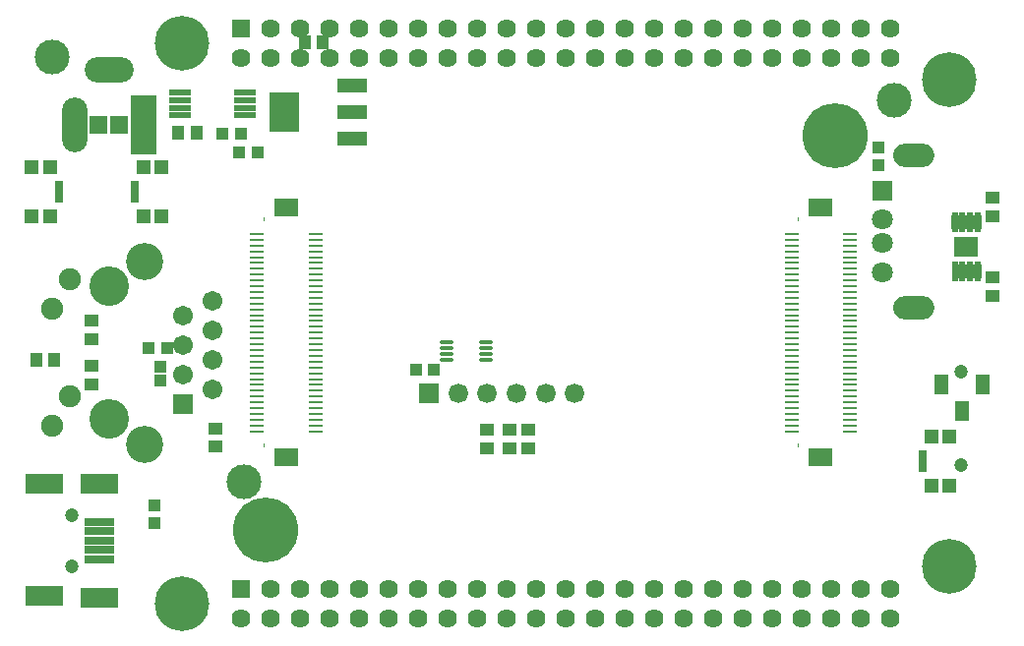
<source format=gts>
G04 Layer_Color=8388736*
%FSLAX43Y43*%
%MOMM*%
G71*
G01*
G75*
%ADD73R,1.203X1.803*%
%ADD74R,1.103X1.203*%
%ADD75R,3.203X1.703*%
%ADD76R,2.503X0.703*%
%ADD77C,3.000*%
%ADD78R,1.016X1.118*%
%ADD79R,1.203X1.103*%
%ADD80R,1.853X0.503*%
%ADD81R,1.503X1.603*%
%ADD82O,1.300X0.350*%
%ADD83R,1.118X1.016*%
%ADD84R,2.040X1.490*%
%ADD85R,1.240X0.290*%
%ADD86R,2.603X3.503*%
%ADD87R,2.603X1.153*%
%ADD88R,0.803X1.903*%
%ADD89R,1.203X1.203*%
%ADD90R,1.003X1.003*%
%ADD91R,0.603X1.803*%
%ADD92O,0.603X1.803*%
%ADD93R,2.093X1.773*%
%ADD94C,1.203*%
%ADD95C,4.703*%
%ADD96C,1.803*%
%ADD97R,1.803X1.803*%
%ADD98O,3.543X2.003*%
%ADD99R,0.040X0.290*%
%ADD100C,5.600*%
%ADD101C,1.683*%
%ADD102R,1.683X1.683*%
%ADD103C,1.903*%
%ADD104C,3.403*%
%ADD105C,3.203*%
%ADD106R,1.703X1.703*%
%ADD107C,1.703*%
%ADD108O,4.203X2.203*%
%ADD109R,2.203X5.203*%
%ADD110O,2.203X4.703*%
%ADD111C,1.623*%
%ADD112R,1.623X1.623*%
%ADD113C,0.603*%
D73*
X146075Y77165D02*
D03*
X144325Y74865D02*
D03*
X142575Y77165D02*
D03*
D74*
X89319Y106578D02*
D03*
X87719D02*
D03*
X76822Y98781D02*
D03*
X78422D02*
D03*
X64605Y79248D02*
D03*
X66205D02*
D03*
D75*
X65305Y58924D02*
D03*
Y68599D02*
D03*
X70080Y58799D02*
D03*
Y68599D02*
D03*
D76*
Y63699D02*
D03*
Y62099D02*
D03*
Y62899D02*
D03*
Y64499D02*
D03*
Y65299D02*
D03*
D77*
X82499Y68783D02*
D03*
X138481Y101575D02*
D03*
X66040Y105359D02*
D03*
D78*
X80645Y98755D02*
D03*
X82220D02*
D03*
X83668Y97079D02*
D03*
X82093D02*
D03*
X97307Y78435D02*
D03*
X98882D02*
D03*
X75895Y80289D02*
D03*
X74320D02*
D03*
D79*
X106985Y73215D02*
D03*
Y71615D02*
D03*
X105385Y71641D02*
D03*
Y73241D02*
D03*
X146900Y93225D02*
D03*
Y91625D02*
D03*
X146925Y86400D02*
D03*
Y84800D02*
D03*
X69367Y77153D02*
D03*
Y78753D02*
D03*
Y82664D02*
D03*
Y81064D02*
D03*
X80061Y73368D02*
D03*
Y71768D02*
D03*
X103429Y73266D02*
D03*
Y71666D02*
D03*
D80*
X82556Y100295D02*
D03*
Y100945D02*
D03*
Y101595D02*
D03*
Y102245D02*
D03*
X77006Y100295D02*
D03*
Y100945D02*
D03*
Y101595D02*
D03*
Y102245D02*
D03*
D81*
X71741Y99517D02*
D03*
X69941D02*
D03*
D82*
X99950Y80775D02*
D03*
Y80275D02*
D03*
Y79775D02*
D03*
Y79275D02*
D03*
X103300Y80775D02*
D03*
Y80275D02*
D03*
Y79775D02*
D03*
Y79275D02*
D03*
D83*
X137150Y97562D02*
D03*
Y95988D02*
D03*
X74830Y65186D02*
D03*
Y66760D02*
D03*
D84*
X132150Y92350D02*
D03*
Y70850D02*
D03*
X86150Y92350D02*
D03*
Y70850D02*
D03*
D85*
X88650Y73100D02*
D03*
Y73600D02*
D03*
Y74100D02*
D03*
Y74600D02*
D03*
Y75100D02*
D03*
Y75600D02*
D03*
Y76100D02*
D03*
Y76600D02*
D03*
Y77100D02*
D03*
Y77600D02*
D03*
Y78100D02*
D03*
Y78600D02*
D03*
Y79100D02*
D03*
Y79600D02*
D03*
Y80100D02*
D03*
Y80600D02*
D03*
Y81100D02*
D03*
Y81600D02*
D03*
Y82100D02*
D03*
Y82600D02*
D03*
Y83100D02*
D03*
Y83600D02*
D03*
Y84100D02*
D03*
Y84600D02*
D03*
Y85100D02*
D03*
Y85600D02*
D03*
Y86100D02*
D03*
Y86600D02*
D03*
Y87100D02*
D03*
Y87600D02*
D03*
Y88100D02*
D03*
Y88600D02*
D03*
Y89100D02*
D03*
Y89600D02*
D03*
Y90100D02*
D03*
X83650Y73100D02*
D03*
Y73600D02*
D03*
Y74100D02*
D03*
Y74600D02*
D03*
Y75100D02*
D03*
Y75600D02*
D03*
Y76100D02*
D03*
Y76600D02*
D03*
Y77100D02*
D03*
Y77600D02*
D03*
Y78100D02*
D03*
Y78600D02*
D03*
Y79100D02*
D03*
Y79600D02*
D03*
Y80100D02*
D03*
Y80600D02*
D03*
Y81100D02*
D03*
Y81600D02*
D03*
Y82100D02*
D03*
Y82600D02*
D03*
Y83100D02*
D03*
Y83600D02*
D03*
Y84100D02*
D03*
Y84600D02*
D03*
Y85100D02*
D03*
Y85600D02*
D03*
Y86100D02*
D03*
Y86600D02*
D03*
Y87100D02*
D03*
Y87600D02*
D03*
Y88100D02*
D03*
Y88600D02*
D03*
Y89100D02*
D03*
Y89600D02*
D03*
Y90100D02*
D03*
X129650Y73100D02*
D03*
X134650Y73100D02*
D03*
Y73600D02*
D03*
Y74100D02*
D03*
Y74600D02*
D03*
Y75100D02*
D03*
Y75600D02*
D03*
Y76100D02*
D03*
Y76600D02*
D03*
Y77100D02*
D03*
Y77600D02*
D03*
Y78100D02*
D03*
Y78600D02*
D03*
Y79100D02*
D03*
Y79600D02*
D03*
Y80100D02*
D03*
Y80600D02*
D03*
Y81100D02*
D03*
Y81600D02*
D03*
Y82100D02*
D03*
Y82600D02*
D03*
Y83100D02*
D03*
Y83600D02*
D03*
Y84100D02*
D03*
Y84600D02*
D03*
Y85100D02*
D03*
Y85600D02*
D03*
Y86100D02*
D03*
Y86600D02*
D03*
Y87100D02*
D03*
Y87600D02*
D03*
Y88100D02*
D03*
Y88600D02*
D03*
Y89100D02*
D03*
Y89600D02*
D03*
Y90100D02*
D03*
X129650Y73600D02*
D03*
Y74100D02*
D03*
Y74600D02*
D03*
Y75100D02*
D03*
Y75600D02*
D03*
Y76100D02*
D03*
Y76600D02*
D03*
Y77100D02*
D03*
Y77600D02*
D03*
Y78100D02*
D03*
Y78600D02*
D03*
Y79100D02*
D03*
Y79600D02*
D03*
Y80100D02*
D03*
Y80600D02*
D03*
Y81100D02*
D03*
Y81600D02*
D03*
Y82100D02*
D03*
Y82600D02*
D03*
Y83100D02*
D03*
Y83600D02*
D03*
Y84100D02*
D03*
Y84600D02*
D03*
Y85100D02*
D03*
Y85600D02*
D03*
Y86100D02*
D03*
Y86600D02*
D03*
Y87100D02*
D03*
Y87600D02*
D03*
Y88100D02*
D03*
Y88600D02*
D03*
Y89100D02*
D03*
Y89600D02*
D03*
Y90100D02*
D03*
D86*
X86000Y100609D02*
D03*
D87*
X91800Y102909D02*
D03*
Y100609D02*
D03*
Y98309D02*
D03*
D88*
X73076Y93718D02*
D03*
X140894Y70528D02*
D03*
X66573Y93734D02*
D03*
D89*
X75438Y95818D02*
D03*
X73838D02*
D03*
X75438Y91618D02*
D03*
X73838D02*
D03*
X143256Y72628D02*
D03*
X141656D02*
D03*
X143256Y68428D02*
D03*
X141656D02*
D03*
X65811Y95834D02*
D03*
X64211D02*
D03*
X65811Y91634D02*
D03*
X64211D02*
D03*
D90*
X75311Y77445D02*
D03*
Y78695D02*
D03*
D91*
X143700Y86875D02*
D03*
D92*
X144350D02*
D03*
X145000D02*
D03*
X145650D02*
D03*
X143700Y91075D02*
D03*
X144350D02*
D03*
X145000D02*
D03*
X145650D02*
D03*
D93*
X144675Y88975D02*
D03*
D94*
X67730Y61499D02*
D03*
Y65899D02*
D03*
X144211Y78198D02*
D03*
Y70218D02*
D03*
D95*
X143256Y103378D02*
D03*
Y61468D02*
D03*
X77216Y106553D02*
D03*
Y58293D02*
D03*
D96*
X137490Y89323D02*
D03*
X137490Y86823D02*
D03*
X137490Y91323D02*
D03*
D97*
Y93823D02*
D03*
D98*
X140200Y96893D02*
D03*
Y83753D02*
D03*
D99*
X130250Y71850D02*
D03*
Y91350D02*
D03*
X84250Y71850D02*
D03*
Y91350D02*
D03*
D100*
X133400Y98600D02*
D03*
X84400Y64600D02*
D03*
D101*
X110961Y76418D02*
D03*
X108461D02*
D03*
X105961D02*
D03*
X103461D02*
D03*
X100961D02*
D03*
D102*
X98461D02*
D03*
D103*
X67556Y86203D02*
D03*
X66036Y73553D02*
D03*
X67556Y76093D02*
D03*
X66036Y83663D02*
D03*
D104*
X70936Y74163D02*
D03*
Y85593D02*
D03*
D105*
X73986Y87753D02*
D03*
Y72003D02*
D03*
D106*
X77286Y75433D02*
D03*
D107*
X79826Y84323D02*
D03*
X77286Y83053D02*
D03*
X79826Y81783D02*
D03*
X77286Y80513D02*
D03*
X79826Y79243D02*
D03*
X77286Y77973D02*
D03*
X79826Y76703D02*
D03*
D108*
X70914Y104217D02*
D03*
D109*
X73914Y99517D02*
D03*
D110*
X67914D02*
D03*
D111*
X138176Y57023D02*
D03*
X135636D02*
D03*
X133096D02*
D03*
X130556D02*
D03*
X128016D02*
D03*
X125476D02*
D03*
X122936D02*
D03*
X120396D02*
D03*
X117856D02*
D03*
X115316D02*
D03*
X112776D02*
D03*
X110236D02*
D03*
X107696D02*
D03*
X105156D02*
D03*
X102616D02*
D03*
X100076D02*
D03*
X97536D02*
D03*
X94996D02*
D03*
X92456D02*
D03*
X89916D02*
D03*
X87376D02*
D03*
X84836D02*
D03*
X82296D02*
D03*
X138176Y59563D02*
D03*
X135636D02*
D03*
X133096D02*
D03*
X130556D02*
D03*
X128016D02*
D03*
X125476D02*
D03*
X122936D02*
D03*
X120396D02*
D03*
X117856D02*
D03*
X115316D02*
D03*
X112776D02*
D03*
X110236D02*
D03*
X107696D02*
D03*
X105156D02*
D03*
X102616D02*
D03*
X100076D02*
D03*
X97536D02*
D03*
X94996D02*
D03*
X92456D02*
D03*
X89916D02*
D03*
X87376D02*
D03*
X84836D02*
D03*
Y107823D02*
D03*
X87376D02*
D03*
X89916D02*
D03*
X92456D02*
D03*
X94996D02*
D03*
X97536D02*
D03*
X100076D02*
D03*
X102616D02*
D03*
X105156D02*
D03*
X107696D02*
D03*
X110236D02*
D03*
X112776D02*
D03*
X115316D02*
D03*
X117856D02*
D03*
X120396D02*
D03*
X122936D02*
D03*
X125476D02*
D03*
X128016D02*
D03*
X130556D02*
D03*
X133096D02*
D03*
X135636D02*
D03*
X138176D02*
D03*
X82296Y105283D02*
D03*
X84836D02*
D03*
X87376D02*
D03*
X89916D02*
D03*
X92456D02*
D03*
X94996D02*
D03*
X97536D02*
D03*
X100076D02*
D03*
X102616D02*
D03*
X105156D02*
D03*
X107696D02*
D03*
X110236D02*
D03*
X112776D02*
D03*
X115316D02*
D03*
X117856D02*
D03*
X120396D02*
D03*
X122936D02*
D03*
X125476D02*
D03*
X128016D02*
D03*
X130556D02*
D03*
X133096D02*
D03*
X135636D02*
D03*
X138176D02*
D03*
D112*
X82296Y59563D02*
D03*
Y107823D02*
D03*
D113*
X144675Y88975D02*
D03*
X144025Y89450D02*
D03*
Y88475D02*
D03*
X145325D02*
D03*
Y89450D02*
D03*
M02*

</source>
